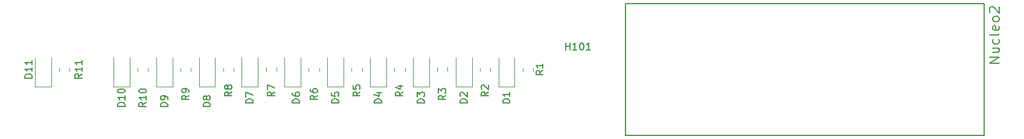
<source format=gbr>
%TF.GenerationSoftware,KiCad,Pcbnew,9.0.1*%
%TF.CreationDate,2025-04-29T17:49:49+02:00*%
%TF.ProjectId,Projet S6,50726f6a-6574-4205-9336-2e6b69636164,rev?*%
%TF.SameCoordinates,Original*%
%TF.FileFunction,Legend,Top*%
%TF.FilePolarity,Positive*%
%FSLAX46Y46*%
G04 Gerber Fmt 4.6, Leading zero omitted, Abs format (unit mm)*
G04 Created by KiCad (PCBNEW 9.0.1) date 2025-04-29 17:49:49*
%MOMM*%
%LPD*%
G01*
G04 APERTURE LIST*
%ADD10C,0.150000*%
%ADD11C,0.127000*%
%ADD12C,0.120000*%
G04 APERTURE END LIST*
D10*
X189105176Y-69093483D02*
X187702798Y-69093483D01*
X187702798Y-69093483D02*
X189105176Y-68292124D01*
X189105176Y-68292124D02*
X187702798Y-68292124D01*
X188170258Y-67023306D02*
X189105176Y-67023306D01*
X188170258Y-67624325D02*
X188904837Y-67624325D01*
X188904837Y-67624325D02*
X189038397Y-67557545D01*
X189038397Y-67557545D02*
X189105176Y-67423985D01*
X189105176Y-67423985D02*
X189105176Y-67223646D01*
X189105176Y-67223646D02*
X189038397Y-67090086D01*
X189038397Y-67090086D02*
X188971617Y-67023306D01*
X189038397Y-65754488D02*
X189105176Y-65888048D01*
X189105176Y-65888048D02*
X189105176Y-66155167D01*
X189105176Y-66155167D02*
X189038397Y-66288727D01*
X189038397Y-66288727D02*
X188971617Y-66355507D01*
X188971617Y-66355507D02*
X188838057Y-66422287D01*
X188838057Y-66422287D02*
X188437377Y-66422287D01*
X188437377Y-66422287D02*
X188303818Y-66355507D01*
X188303818Y-66355507D02*
X188237038Y-66288727D01*
X188237038Y-66288727D02*
X188170258Y-66155167D01*
X188170258Y-66155167D02*
X188170258Y-65888048D01*
X188170258Y-65888048D02*
X188237038Y-65754488D01*
X189105176Y-64953129D02*
X189038397Y-65086689D01*
X189038397Y-65086689D02*
X188904837Y-65153469D01*
X188904837Y-65153469D02*
X187702798Y-65153469D01*
X189038397Y-63884651D02*
X189105176Y-64018211D01*
X189105176Y-64018211D02*
X189105176Y-64285330D01*
X189105176Y-64285330D02*
X189038397Y-64418890D01*
X189038397Y-64418890D02*
X188904837Y-64485670D01*
X188904837Y-64485670D02*
X188370597Y-64485670D01*
X188370597Y-64485670D02*
X188237038Y-64418890D01*
X188237038Y-64418890D02*
X188170258Y-64285330D01*
X188170258Y-64285330D02*
X188170258Y-64018211D01*
X188170258Y-64018211D02*
X188237038Y-63884651D01*
X188237038Y-63884651D02*
X188370597Y-63817871D01*
X188370597Y-63817871D02*
X188504157Y-63817871D01*
X188504157Y-63817871D02*
X188637717Y-64485670D01*
X189105176Y-63016512D02*
X189038397Y-63150072D01*
X189038397Y-63150072D02*
X188971617Y-63216852D01*
X188971617Y-63216852D02*
X188838057Y-63283632D01*
X188838057Y-63283632D02*
X188437377Y-63283632D01*
X188437377Y-63283632D02*
X188303818Y-63216852D01*
X188303818Y-63216852D02*
X188237038Y-63150072D01*
X188237038Y-63150072D02*
X188170258Y-63016512D01*
X188170258Y-63016512D02*
X188170258Y-62816173D01*
X188170258Y-62816173D02*
X188237038Y-62682613D01*
X188237038Y-62682613D02*
X188303818Y-62615833D01*
X188303818Y-62615833D02*
X188437377Y-62549053D01*
X188437377Y-62549053D02*
X188838057Y-62549053D01*
X188838057Y-62549053D02*
X188971617Y-62615833D01*
X188971617Y-62615833D02*
X189038397Y-62682613D01*
X189038397Y-62682613D02*
X189105176Y-62816173D01*
X189105176Y-62816173D02*
X189105176Y-63016512D01*
X187836358Y-62014814D02*
X187769578Y-61948034D01*
X187769578Y-61948034D02*
X187702798Y-61814474D01*
X187702798Y-61814474D02*
X187702798Y-61480575D01*
X187702798Y-61480575D02*
X187769578Y-61347015D01*
X187769578Y-61347015D02*
X187836358Y-61280235D01*
X187836358Y-61280235D02*
X187969918Y-61213455D01*
X187969918Y-61213455D02*
X188103478Y-61213455D01*
X188103478Y-61213455D02*
X188303818Y-61280235D01*
X188303818Y-61280235D02*
X189105176Y-62081594D01*
X189105176Y-62081594D02*
X189105176Y-61213455D01*
X114454819Y-74738094D02*
X113454819Y-74738094D01*
X113454819Y-74738094D02*
X113454819Y-74499999D01*
X113454819Y-74499999D02*
X113502438Y-74357142D01*
X113502438Y-74357142D02*
X113597676Y-74261904D01*
X113597676Y-74261904D02*
X113692914Y-74214285D01*
X113692914Y-74214285D02*
X113883390Y-74166666D01*
X113883390Y-74166666D02*
X114026247Y-74166666D01*
X114026247Y-74166666D02*
X114216723Y-74214285D01*
X114216723Y-74214285D02*
X114311961Y-74261904D01*
X114311961Y-74261904D02*
X114407200Y-74357142D01*
X114407200Y-74357142D02*
X114454819Y-74499999D01*
X114454819Y-74499999D02*
X114454819Y-74738094D01*
X113550057Y-73785713D02*
X113502438Y-73738094D01*
X113502438Y-73738094D02*
X113454819Y-73642856D01*
X113454819Y-73642856D02*
X113454819Y-73404761D01*
X113454819Y-73404761D02*
X113502438Y-73309523D01*
X113502438Y-73309523D02*
X113550057Y-73261904D01*
X113550057Y-73261904D02*
X113645295Y-73214285D01*
X113645295Y-73214285D02*
X113740533Y-73214285D01*
X113740533Y-73214285D02*
X113883390Y-73261904D01*
X113883390Y-73261904D02*
X114454819Y-73833332D01*
X114454819Y-73833332D02*
X114454819Y-73214285D01*
X102454819Y-74738094D02*
X101454819Y-74738094D01*
X101454819Y-74738094D02*
X101454819Y-74499999D01*
X101454819Y-74499999D02*
X101502438Y-74357142D01*
X101502438Y-74357142D02*
X101597676Y-74261904D01*
X101597676Y-74261904D02*
X101692914Y-74214285D01*
X101692914Y-74214285D02*
X101883390Y-74166666D01*
X101883390Y-74166666D02*
X102026247Y-74166666D01*
X102026247Y-74166666D02*
X102216723Y-74214285D01*
X102216723Y-74214285D02*
X102311961Y-74261904D01*
X102311961Y-74261904D02*
X102407200Y-74357142D01*
X102407200Y-74357142D02*
X102454819Y-74499999D01*
X102454819Y-74499999D02*
X102454819Y-74738094D01*
X101788152Y-73309523D02*
X102454819Y-73309523D01*
X101407200Y-73547618D02*
X102121485Y-73785713D01*
X102121485Y-73785713D02*
X102121485Y-73166666D01*
X66454819Y-75214285D02*
X65454819Y-75214285D01*
X65454819Y-75214285D02*
X65454819Y-74976190D01*
X65454819Y-74976190D02*
X65502438Y-74833333D01*
X65502438Y-74833333D02*
X65597676Y-74738095D01*
X65597676Y-74738095D02*
X65692914Y-74690476D01*
X65692914Y-74690476D02*
X65883390Y-74642857D01*
X65883390Y-74642857D02*
X66026247Y-74642857D01*
X66026247Y-74642857D02*
X66216723Y-74690476D01*
X66216723Y-74690476D02*
X66311961Y-74738095D01*
X66311961Y-74738095D02*
X66407200Y-74833333D01*
X66407200Y-74833333D02*
X66454819Y-74976190D01*
X66454819Y-74976190D02*
X66454819Y-75214285D01*
X66454819Y-73690476D02*
X66454819Y-74261904D01*
X66454819Y-73976190D02*
X65454819Y-73976190D01*
X65454819Y-73976190D02*
X65597676Y-74071428D01*
X65597676Y-74071428D02*
X65692914Y-74166666D01*
X65692914Y-74166666D02*
X65740533Y-74261904D01*
X65454819Y-73071428D02*
X65454819Y-72976190D01*
X65454819Y-72976190D02*
X65502438Y-72880952D01*
X65502438Y-72880952D02*
X65550057Y-72833333D01*
X65550057Y-72833333D02*
X65645295Y-72785714D01*
X65645295Y-72785714D02*
X65835771Y-72738095D01*
X65835771Y-72738095D02*
X66073866Y-72738095D01*
X66073866Y-72738095D02*
X66264342Y-72785714D01*
X66264342Y-72785714D02*
X66359580Y-72833333D01*
X66359580Y-72833333D02*
X66407200Y-72880952D01*
X66407200Y-72880952D02*
X66454819Y-72976190D01*
X66454819Y-72976190D02*
X66454819Y-73071428D01*
X66454819Y-73071428D02*
X66407200Y-73166666D01*
X66407200Y-73166666D02*
X66359580Y-73214285D01*
X66359580Y-73214285D02*
X66264342Y-73261904D01*
X66264342Y-73261904D02*
X66073866Y-73309523D01*
X66073866Y-73309523D02*
X65835771Y-73309523D01*
X65835771Y-73309523D02*
X65645295Y-73261904D01*
X65645295Y-73261904D02*
X65550057Y-73214285D01*
X65550057Y-73214285D02*
X65502438Y-73166666D01*
X65502438Y-73166666D02*
X65454819Y-73071428D01*
X84454819Y-74738094D02*
X83454819Y-74738094D01*
X83454819Y-74738094D02*
X83454819Y-74499999D01*
X83454819Y-74499999D02*
X83502438Y-74357142D01*
X83502438Y-74357142D02*
X83597676Y-74261904D01*
X83597676Y-74261904D02*
X83692914Y-74214285D01*
X83692914Y-74214285D02*
X83883390Y-74166666D01*
X83883390Y-74166666D02*
X84026247Y-74166666D01*
X84026247Y-74166666D02*
X84216723Y-74214285D01*
X84216723Y-74214285D02*
X84311961Y-74261904D01*
X84311961Y-74261904D02*
X84407200Y-74357142D01*
X84407200Y-74357142D02*
X84454819Y-74499999D01*
X84454819Y-74499999D02*
X84454819Y-74738094D01*
X83454819Y-73833332D02*
X83454819Y-73166666D01*
X83454819Y-73166666D02*
X84454819Y-73595237D01*
X78454819Y-75238094D02*
X77454819Y-75238094D01*
X77454819Y-75238094D02*
X77454819Y-74999999D01*
X77454819Y-74999999D02*
X77502438Y-74857142D01*
X77502438Y-74857142D02*
X77597676Y-74761904D01*
X77597676Y-74761904D02*
X77692914Y-74714285D01*
X77692914Y-74714285D02*
X77883390Y-74666666D01*
X77883390Y-74666666D02*
X78026247Y-74666666D01*
X78026247Y-74666666D02*
X78216723Y-74714285D01*
X78216723Y-74714285D02*
X78311961Y-74761904D01*
X78311961Y-74761904D02*
X78407200Y-74857142D01*
X78407200Y-74857142D02*
X78454819Y-74999999D01*
X78454819Y-74999999D02*
X78454819Y-75238094D01*
X77883390Y-74095237D02*
X77835771Y-74190475D01*
X77835771Y-74190475D02*
X77788152Y-74238094D01*
X77788152Y-74238094D02*
X77692914Y-74285713D01*
X77692914Y-74285713D02*
X77645295Y-74285713D01*
X77645295Y-74285713D02*
X77550057Y-74238094D01*
X77550057Y-74238094D02*
X77502438Y-74190475D01*
X77502438Y-74190475D02*
X77454819Y-74095237D01*
X77454819Y-74095237D02*
X77454819Y-73904761D01*
X77454819Y-73904761D02*
X77502438Y-73809523D01*
X77502438Y-73809523D02*
X77550057Y-73761904D01*
X77550057Y-73761904D02*
X77645295Y-73714285D01*
X77645295Y-73714285D02*
X77692914Y-73714285D01*
X77692914Y-73714285D02*
X77788152Y-73761904D01*
X77788152Y-73761904D02*
X77835771Y-73809523D01*
X77835771Y-73809523D02*
X77883390Y-73904761D01*
X77883390Y-73904761D02*
X77883390Y-74095237D01*
X77883390Y-74095237D02*
X77931009Y-74190475D01*
X77931009Y-74190475D02*
X77978628Y-74238094D01*
X77978628Y-74238094D02*
X78073866Y-74285713D01*
X78073866Y-74285713D02*
X78264342Y-74285713D01*
X78264342Y-74285713D02*
X78359580Y-74238094D01*
X78359580Y-74238094D02*
X78407200Y-74190475D01*
X78407200Y-74190475D02*
X78454819Y-74095237D01*
X78454819Y-74095237D02*
X78454819Y-73904761D01*
X78454819Y-73904761D02*
X78407200Y-73809523D01*
X78407200Y-73809523D02*
X78359580Y-73761904D01*
X78359580Y-73761904D02*
X78264342Y-73714285D01*
X78264342Y-73714285D02*
X78073866Y-73714285D01*
X78073866Y-73714285D02*
X77978628Y-73761904D01*
X77978628Y-73761904D02*
X77931009Y-73809523D01*
X77931009Y-73809523D02*
X77883390Y-73904761D01*
X120454819Y-74738094D02*
X119454819Y-74738094D01*
X119454819Y-74738094D02*
X119454819Y-74499999D01*
X119454819Y-74499999D02*
X119502438Y-74357142D01*
X119502438Y-74357142D02*
X119597676Y-74261904D01*
X119597676Y-74261904D02*
X119692914Y-74214285D01*
X119692914Y-74214285D02*
X119883390Y-74166666D01*
X119883390Y-74166666D02*
X120026247Y-74166666D01*
X120026247Y-74166666D02*
X120216723Y-74214285D01*
X120216723Y-74214285D02*
X120311961Y-74261904D01*
X120311961Y-74261904D02*
X120407200Y-74357142D01*
X120407200Y-74357142D02*
X120454819Y-74499999D01*
X120454819Y-74499999D02*
X120454819Y-74738094D01*
X120454819Y-73214285D02*
X120454819Y-73785713D01*
X120454819Y-73499999D02*
X119454819Y-73499999D01*
X119454819Y-73499999D02*
X119597676Y-73595237D01*
X119597676Y-73595237D02*
X119692914Y-73690475D01*
X119692914Y-73690475D02*
X119740533Y-73785713D01*
X69454819Y-74642857D02*
X68978628Y-74976190D01*
X69454819Y-75214285D02*
X68454819Y-75214285D01*
X68454819Y-75214285D02*
X68454819Y-74833333D01*
X68454819Y-74833333D02*
X68502438Y-74738095D01*
X68502438Y-74738095D02*
X68550057Y-74690476D01*
X68550057Y-74690476D02*
X68645295Y-74642857D01*
X68645295Y-74642857D02*
X68788152Y-74642857D01*
X68788152Y-74642857D02*
X68883390Y-74690476D01*
X68883390Y-74690476D02*
X68931009Y-74738095D01*
X68931009Y-74738095D02*
X68978628Y-74833333D01*
X68978628Y-74833333D02*
X68978628Y-75214285D01*
X69454819Y-73690476D02*
X69454819Y-74261904D01*
X69454819Y-73976190D02*
X68454819Y-73976190D01*
X68454819Y-73976190D02*
X68597676Y-74071428D01*
X68597676Y-74071428D02*
X68692914Y-74166666D01*
X68692914Y-74166666D02*
X68740533Y-74261904D01*
X68454819Y-73071428D02*
X68454819Y-72976190D01*
X68454819Y-72976190D02*
X68502438Y-72880952D01*
X68502438Y-72880952D02*
X68550057Y-72833333D01*
X68550057Y-72833333D02*
X68645295Y-72785714D01*
X68645295Y-72785714D02*
X68835771Y-72738095D01*
X68835771Y-72738095D02*
X69073866Y-72738095D01*
X69073866Y-72738095D02*
X69264342Y-72785714D01*
X69264342Y-72785714D02*
X69359580Y-72833333D01*
X69359580Y-72833333D02*
X69407200Y-72880952D01*
X69407200Y-72880952D02*
X69454819Y-72976190D01*
X69454819Y-72976190D02*
X69454819Y-73071428D01*
X69454819Y-73071428D02*
X69407200Y-73166666D01*
X69407200Y-73166666D02*
X69359580Y-73214285D01*
X69359580Y-73214285D02*
X69264342Y-73261904D01*
X69264342Y-73261904D02*
X69073866Y-73309523D01*
X69073866Y-73309523D02*
X68835771Y-73309523D01*
X68835771Y-73309523D02*
X68645295Y-73261904D01*
X68645295Y-73261904D02*
X68550057Y-73214285D01*
X68550057Y-73214285D02*
X68502438Y-73166666D01*
X68502438Y-73166666D02*
X68454819Y-73071428D01*
X108454819Y-74738094D02*
X107454819Y-74738094D01*
X107454819Y-74738094D02*
X107454819Y-74499999D01*
X107454819Y-74499999D02*
X107502438Y-74357142D01*
X107502438Y-74357142D02*
X107597676Y-74261904D01*
X107597676Y-74261904D02*
X107692914Y-74214285D01*
X107692914Y-74214285D02*
X107883390Y-74166666D01*
X107883390Y-74166666D02*
X108026247Y-74166666D01*
X108026247Y-74166666D02*
X108216723Y-74214285D01*
X108216723Y-74214285D02*
X108311961Y-74261904D01*
X108311961Y-74261904D02*
X108407200Y-74357142D01*
X108407200Y-74357142D02*
X108454819Y-74499999D01*
X108454819Y-74499999D02*
X108454819Y-74738094D01*
X107454819Y-73833332D02*
X107454819Y-73214285D01*
X107454819Y-73214285D02*
X107835771Y-73547618D01*
X107835771Y-73547618D02*
X107835771Y-73404761D01*
X107835771Y-73404761D02*
X107883390Y-73309523D01*
X107883390Y-73309523D02*
X107931009Y-73261904D01*
X107931009Y-73261904D02*
X108026247Y-73214285D01*
X108026247Y-73214285D02*
X108264342Y-73214285D01*
X108264342Y-73214285D02*
X108359580Y-73261904D01*
X108359580Y-73261904D02*
X108407200Y-73309523D01*
X108407200Y-73309523D02*
X108454819Y-73404761D01*
X108454819Y-73404761D02*
X108454819Y-73690475D01*
X108454819Y-73690475D02*
X108407200Y-73785713D01*
X108407200Y-73785713D02*
X108359580Y-73833332D01*
X99454819Y-73166666D02*
X98978628Y-73499999D01*
X99454819Y-73738094D02*
X98454819Y-73738094D01*
X98454819Y-73738094D02*
X98454819Y-73357142D01*
X98454819Y-73357142D02*
X98502438Y-73261904D01*
X98502438Y-73261904D02*
X98550057Y-73214285D01*
X98550057Y-73214285D02*
X98645295Y-73166666D01*
X98645295Y-73166666D02*
X98788152Y-73166666D01*
X98788152Y-73166666D02*
X98883390Y-73214285D01*
X98883390Y-73214285D02*
X98931009Y-73261904D01*
X98931009Y-73261904D02*
X98978628Y-73357142D01*
X98978628Y-73357142D02*
X98978628Y-73738094D01*
X98454819Y-72261904D02*
X98454819Y-72738094D01*
X98454819Y-72738094D02*
X98931009Y-72785713D01*
X98931009Y-72785713D02*
X98883390Y-72738094D01*
X98883390Y-72738094D02*
X98835771Y-72642856D01*
X98835771Y-72642856D02*
X98835771Y-72404761D01*
X98835771Y-72404761D02*
X98883390Y-72309523D01*
X98883390Y-72309523D02*
X98931009Y-72261904D01*
X98931009Y-72261904D02*
X99026247Y-72214285D01*
X99026247Y-72214285D02*
X99264342Y-72214285D01*
X99264342Y-72214285D02*
X99359580Y-72261904D01*
X99359580Y-72261904D02*
X99407200Y-72309523D01*
X99407200Y-72309523D02*
X99454819Y-72404761D01*
X99454819Y-72404761D02*
X99454819Y-72642856D01*
X99454819Y-72642856D02*
X99407200Y-72738094D01*
X99407200Y-72738094D02*
X99359580Y-72785713D01*
X93454819Y-73666666D02*
X92978628Y-73999999D01*
X93454819Y-74238094D02*
X92454819Y-74238094D01*
X92454819Y-74238094D02*
X92454819Y-73857142D01*
X92454819Y-73857142D02*
X92502438Y-73761904D01*
X92502438Y-73761904D02*
X92550057Y-73714285D01*
X92550057Y-73714285D02*
X92645295Y-73666666D01*
X92645295Y-73666666D02*
X92788152Y-73666666D01*
X92788152Y-73666666D02*
X92883390Y-73714285D01*
X92883390Y-73714285D02*
X92931009Y-73761904D01*
X92931009Y-73761904D02*
X92978628Y-73857142D01*
X92978628Y-73857142D02*
X92978628Y-74238094D01*
X92454819Y-72809523D02*
X92454819Y-72999999D01*
X92454819Y-72999999D02*
X92502438Y-73095237D01*
X92502438Y-73095237D02*
X92550057Y-73142856D01*
X92550057Y-73142856D02*
X92692914Y-73238094D01*
X92692914Y-73238094D02*
X92883390Y-73285713D01*
X92883390Y-73285713D02*
X93264342Y-73285713D01*
X93264342Y-73285713D02*
X93359580Y-73238094D01*
X93359580Y-73238094D02*
X93407200Y-73190475D01*
X93407200Y-73190475D02*
X93454819Y-73095237D01*
X93454819Y-73095237D02*
X93454819Y-72904761D01*
X93454819Y-72904761D02*
X93407200Y-72809523D01*
X93407200Y-72809523D02*
X93359580Y-72761904D01*
X93359580Y-72761904D02*
X93264342Y-72714285D01*
X93264342Y-72714285D02*
X93026247Y-72714285D01*
X93026247Y-72714285D02*
X92931009Y-72761904D01*
X92931009Y-72761904D02*
X92883390Y-72809523D01*
X92883390Y-72809523D02*
X92835771Y-72904761D01*
X92835771Y-72904761D02*
X92835771Y-73095237D01*
X92835771Y-73095237D02*
X92883390Y-73190475D01*
X92883390Y-73190475D02*
X92931009Y-73238094D01*
X92931009Y-73238094D02*
X93026247Y-73285713D01*
X125104819Y-70166666D02*
X124628628Y-70499999D01*
X125104819Y-70738094D02*
X124104819Y-70738094D01*
X124104819Y-70738094D02*
X124104819Y-70357142D01*
X124104819Y-70357142D02*
X124152438Y-70261904D01*
X124152438Y-70261904D02*
X124200057Y-70214285D01*
X124200057Y-70214285D02*
X124295295Y-70166666D01*
X124295295Y-70166666D02*
X124438152Y-70166666D01*
X124438152Y-70166666D02*
X124533390Y-70214285D01*
X124533390Y-70214285D02*
X124581009Y-70261904D01*
X124581009Y-70261904D02*
X124628628Y-70357142D01*
X124628628Y-70357142D02*
X124628628Y-70738094D01*
X125104819Y-69214285D02*
X125104819Y-69785713D01*
X125104819Y-69499999D02*
X124104819Y-69499999D01*
X124104819Y-69499999D02*
X124247676Y-69595237D01*
X124247676Y-69595237D02*
X124342914Y-69690475D01*
X124342914Y-69690475D02*
X124390533Y-69785713D01*
X60454819Y-70642857D02*
X59978628Y-70976190D01*
X60454819Y-71214285D02*
X59454819Y-71214285D01*
X59454819Y-71214285D02*
X59454819Y-70833333D01*
X59454819Y-70833333D02*
X59502438Y-70738095D01*
X59502438Y-70738095D02*
X59550057Y-70690476D01*
X59550057Y-70690476D02*
X59645295Y-70642857D01*
X59645295Y-70642857D02*
X59788152Y-70642857D01*
X59788152Y-70642857D02*
X59883390Y-70690476D01*
X59883390Y-70690476D02*
X59931009Y-70738095D01*
X59931009Y-70738095D02*
X59978628Y-70833333D01*
X59978628Y-70833333D02*
X59978628Y-71214285D01*
X60454819Y-69690476D02*
X60454819Y-70261904D01*
X60454819Y-69976190D02*
X59454819Y-69976190D01*
X59454819Y-69976190D02*
X59597676Y-70071428D01*
X59597676Y-70071428D02*
X59692914Y-70166666D01*
X59692914Y-70166666D02*
X59740533Y-70261904D01*
X60454819Y-68738095D02*
X60454819Y-69309523D01*
X60454819Y-69023809D02*
X59454819Y-69023809D01*
X59454819Y-69023809D02*
X59597676Y-69119047D01*
X59597676Y-69119047D02*
X59692914Y-69214285D01*
X59692914Y-69214285D02*
X59740533Y-69309523D01*
X105454819Y-73166666D02*
X104978628Y-73499999D01*
X105454819Y-73738094D02*
X104454819Y-73738094D01*
X104454819Y-73738094D02*
X104454819Y-73357142D01*
X104454819Y-73357142D02*
X104502438Y-73261904D01*
X104502438Y-73261904D02*
X104550057Y-73214285D01*
X104550057Y-73214285D02*
X104645295Y-73166666D01*
X104645295Y-73166666D02*
X104788152Y-73166666D01*
X104788152Y-73166666D02*
X104883390Y-73214285D01*
X104883390Y-73214285D02*
X104931009Y-73261904D01*
X104931009Y-73261904D02*
X104978628Y-73357142D01*
X104978628Y-73357142D02*
X104978628Y-73738094D01*
X104788152Y-72309523D02*
X105454819Y-72309523D01*
X104407200Y-72547618D02*
X105121485Y-72785713D01*
X105121485Y-72785713D02*
X105121485Y-72166666D01*
X75454819Y-73666666D02*
X74978628Y-73999999D01*
X75454819Y-74238094D02*
X74454819Y-74238094D01*
X74454819Y-74238094D02*
X74454819Y-73857142D01*
X74454819Y-73857142D02*
X74502438Y-73761904D01*
X74502438Y-73761904D02*
X74550057Y-73714285D01*
X74550057Y-73714285D02*
X74645295Y-73666666D01*
X74645295Y-73666666D02*
X74788152Y-73666666D01*
X74788152Y-73666666D02*
X74883390Y-73714285D01*
X74883390Y-73714285D02*
X74931009Y-73761904D01*
X74931009Y-73761904D02*
X74978628Y-73857142D01*
X74978628Y-73857142D02*
X74978628Y-74238094D01*
X75454819Y-73190475D02*
X75454819Y-72999999D01*
X75454819Y-72999999D02*
X75407200Y-72904761D01*
X75407200Y-72904761D02*
X75359580Y-72857142D01*
X75359580Y-72857142D02*
X75216723Y-72761904D01*
X75216723Y-72761904D02*
X75026247Y-72714285D01*
X75026247Y-72714285D02*
X74645295Y-72714285D01*
X74645295Y-72714285D02*
X74550057Y-72761904D01*
X74550057Y-72761904D02*
X74502438Y-72809523D01*
X74502438Y-72809523D02*
X74454819Y-72904761D01*
X74454819Y-72904761D02*
X74454819Y-73095237D01*
X74454819Y-73095237D02*
X74502438Y-73190475D01*
X74502438Y-73190475D02*
X74550057Y-73238094D01*
X74550057Y-73238094D02*
X74645295Y-73285713D01*
X74645295Y-73285713D02*
X74883390Y-73285713D01*
X74883390Y-73285713D02*
X74978628Y-73238094D01*
X74978628Y-73238094D02*
X75026247Y-73190475D01*
X75026247Y-73190475D02*
X75073866Y-73095237D01*
X75073866Y-73095237D02*
X75073866Y-72904761D01*
X75073866Y-72904761D02*
X75026247Y-72809523D01*
X75026247Y-72809523D02*
X74978628Y-72761904D01*
X74978628Y-72761904D02*
X74883390Y-72714285D01*
X128285714Y-67254819D02*
X128285714Y-66254819D01*
X128285714Y-66731009D02*
X128857142Y-66731009D01*
X128857142Y-67254819D02*
X128857142Y-66254819D01*
X129857142Y-67254819D02*
X129285714Y-67254819D01*
X129571428Y-67254819D02*
X129571428Y-66254819D01*
X129571428Y-66254819D02*
X129476190Y-66397676D01*
X129476190Y-66397676D02*
X129380952Y-66492914D01*
X129380952Y-66492914D02*
X129285714Y-66540533D01*
X130476190Y-66254819D02*
X130571428Y-66254819D01*
X130571428Y-66254819D02*
X130666666Y-66302438D01*
X130666666Y-66302438D02*
X130714285Y-66350057D01*
X130714285Y-66350057D02*
X130761904Y-66445295D01*
X130761904Y-66445295D02*
X130809523Y-66635771D01*
X130809523Y-66635771D02*
X130809523Y-66873866D01*
X130809523Y-66873866D02*
X130761904Y-67064342D01*
X130761904Y-67064342D02*
X130714285Y-67159580D01*
X130714285Y-67159580D02*
X130666666Y-67207200D01*
X130666666Y-67207200D02*
X130571428Y-67254819D01*
X130571428Y-67254819D02*
X130476190Y-67254819D01*
X130476190Y-67254819D02*
X130380952Y-67207200D01*
X130380952Y-67207200D02*
X130333333Y-67159580D01*
X130333333Y-67159580D02*
X130285714Y-67064342D01*
X130285714Y-67064342D02*
X130238095Y-66873866D01*
X130238095Y-66873866D02*
X130238095Y-66635771D01*
X130238095Y-66635771D02*
X130285714Y-66445295D01*
X130285714Y-66445295D02*
X130333333Y-66350057D01*
X130333333Y-66350057D02*
X130380952Y-66302438D01*
X130380952Y-66302438D02*
X130476190Y-66254819D01*
X131761904Y-67254819D02*
X131190476Y-67254819D01*
X131476190Y-67254819D02*
X131476190Y-66254819D01*
X131476190Y-66254819D02*
X131380952Y-66397676D01*
X131380952Y-66397676D02*
X131285714Y-66492914D01*
X131285714Y-66492914D02*
X131190476Y-66540533D01*
X111454819Y-73666666D02*
X110978628Y-73999999D01*
X111454819Y-74238094D02*
X110454819Y-74238094D01*
X110454819Y-74238094D02*
X110454819Y-73857142D01*
X110454819Y-73857142D02*
X110502438Y-73761904D01*
X110502438Y-73761904D02*
X110550057Y-73714285D01*
X110550057Y-73714285D02*
X110645295Y-73666666D01*
X110645295Y-73666666D02*
X110788152Y-73666666D01*
X110788152Y-73666666D02*
X110883390Y-73714285D01*
X110883390Y-73714285D02*
X110931009Y-73761904D01*
X110931009Y-73761904D02*
X110978628Y-73857142D01*
X110978628Y-73857142D02*
X110978628Y-74238094D01*
X110454819Y-73333332D02*
X110454819Y-72714285D01*
X110454819Y-72714285D02*
X110835771Y-73047618D01*
X110835771Y-73047618D02*
X110835771Y-72904761D01*
X110835771Y-72904761D02*
X110883390Y-72809523D01*
X110883390Y-72809523D02*
X110931009Y-72761904D01*
X110931009Y-72761904D02*
X111026247Y-72714285D01*
X111026247Y-72714285D02*
X111264342Y-72714285D01*
X111264342Y-72714285D02*
X111359580Y-72761904D01*
X111359580Y-72761904D02*
X111407200Y-72809523D01*
X111407200Y-72809523D02*
X111454819Y-72904761D01*
X111454819Y-72904761D02*
X111454819Y-73190475D01*
X111454819Y-73190475D02*
X111407200Y-73285713D01*
X111407200Y-73285713D02*
X111359580Y-73333332D01*
X72454819Y-75238094D02*
X71454819Y-75238094D01*
X71454819Y-75238094D02*
X71454819Y-74999999D01*
X71454819Y-74999999D02*
X71502438Y-74857142D01*
X71502438Y-74857142D02*
X71597676Y-74761904D01*
X71597676Y-74761904D02*
X71692914Y-74714285D01*
X71692914Y-74714285D02*
X71883390Y-74666666D01*
X71883390Y-74666666D02*
X72026247Y-74666666D01*
X72026247Y-74666666D02*
X72216723Y-74714285D01*
X72216723Y-74714285D02*
X72311961Y-74761904D01*
X72311961Y-74761904D02*
X72407200Y-74857142D01*
X72407200Y-74857142D02*
X72454819Y-74999999D01*
X72454819Y-74999999D02*
X72454819Y-75238094D01*
X72454819Y-74190475D02*
X72454819Y-73999999D01*
X72454819Y-73999999D02*
X72407200Y-73904761D01*
X72407200Y-73904761D02*
X72359580Y-73857142D01*
X72359580Y-73857142D02*
X72216723Y-73761904D01*
X72216723Y-73761904D02*
X72026247Y-73714285D01*
X72026247Y-73714285D02*
X71645295Y-73714285D01*
X71645295Y-73714285D02*
X71550057Y-73761904D01*
X71550057Y-73761904D02*
X71502438Y-73809523D01*
X71502438Y-73809523D02*
X71454819Y-73904761D01*
X71454819Y-73904761D02*
X71454819Y-74095237D01*
X71454819Y-74095237D02*
X71502438Y-74190475D01*
X71502438Y-74190475D02*
X71550057Y-74238094D01*
X71550057Y-74238094D02*
X71645295Y-74285713D01*
X71645295Y-74285713D02*
X71883390Y-74285713D01*
X71883390Y-74285713D02*
X71978628Y-74238094D01*
X71978628Y-74238094D02*
X72026247Y-74190475D01*
X72026247Y-74190475D02*
X72073866Y-74095237D01*
X72073866Y-74095237D02*
X72073866Y-73904761D01*
X72073866Y-73904761D02*
X72026247Y-73809523D01*
X72026247Y-73809523D02*
X71978628Y-73761904D01*
X71978628Y-73761904D02*
X71883390Y-73714285D01*
X53454819Y-71214285D02*
X52454819Y-71214285D01*
X52454819Y-71214285D02*
X52454819Y-70976190D01*
X52454819Y-70976190D02*
X52502438Y-70833333D01*
X52502438Y-70833333D02*
X52597676Y-70738095D01*
X52597676Y-70738095D02*
X52692914Y-70690476D01*
X52692914Y-70690476D02*
X52883390Y-70642857D01*
X52883390Y-70642857D02*
X53026247Y-70642857D01*
X53026247Y-70642857D02*
X53216723Y-70690476D01*
X53216723Y-70690476D02*
X53311961Y-70738095D01*
X53311961Y-70738095D02*
X53407200Y-70833333D01*
X53407200Y-70833333D02*
X53454819Y-70976190D01*
X53454819Y-70976190D02*
X53454819Y-71214285D01*
X53454819Y-69690476D02*
X53454819Y-70261904D01*
X53454819Y-69976190D02*
X52454819Y-69976190D01*
X52454819Y-69976190D02*
X52597676Y-70071428D01*
X52597676Y-70071428D02*
X52692914Y-70166666D01*
X52692914Y-70166666D02*
X52740533Y-70261904D01*
X53454819Y-68738095D02*
X53454819Y-69309523D01*
X53454819Y-69023809D02*
X52454819Y-69023809D01*
X52454819Y-69023809D02*
X52597676Y-69119047D01*
X52597676Y-69119047D02*
X52692914Y-69214285D01*
X52692914Y-69214285D02*
X52740533Y-69309523D01*
X117454819Y-73166666D02*
X116978628Y-73499999D01*
X117454819Y-73738094D02*
X116454819Y-73738094D01*
X116454819Y-73738094D02*
X116454819Y-73357142D01*
X116454819Y-73357142D02*
X116502438Y-73261904D01*
X116502438Y-73261904D02*
X116550057Y-73214285D01*
X116550057Y-73214285D02*
X116645295Y-73166666D01*
X116645295Y-73166666D02*
X116788152Y-73166666D01*
X116788152Y-73166666D02*
X116883390Y-73214285D01*
X116883390Y-73214285D02*
X116931009Y-73261904D01*
X116931009Y-73261904D02*
X116978628Y-73357142D01*
X116978628Y-73357142D02*
X116978628Y-73738094D01*
X116550057Y-72785713D02*
X116502438Y-72738094D01*
X116502438Y-72738094D02*
X116454819Y-72642856D01*
X116454819Y-72642856D02*
X116454819Y-72404761D01*
X116454819Y-72404761D02*
X116502438Y-72309523D01*
X116502438Y-72309523D02*
X116550057Y-72261904D01*
X116550057Y-72261904D02*
X116645295Y-72214285D01*
X116645295Y-72214285D02*
X116740533Y-72214285D01*
X116740533Y-72214285D02*
X116883390Y-72261904D01*
X116883390Y-72261904D02*
X117454819Y-72833332D01*
X117454819Y-72833332D02*
X117454819Y-72214285D01*
X90954819Y-74738094D02*
X89954819Y-74738094D01*
X89954819Y-74738094D02*
X89954819Y-74499999D01*
X89954819Y-74499999D02*
X90002438Y-74357142D01*
X90002438Y-74357142D02*
X90097676Y-74261904D01*
X90097676Y-74261904D02*
X90192914Y-74214285D01*
X90192914Y-74214285D02*
X90383390Y-74166666D01*
X90383390Y-74166666D02*
X90526247Y-74166666D01*
X90526247Y-74166666D02*
X90716723Y-74214285D01*
X90716723Y-74214285D02*
X90811961Y-74261904D01*
X90811961Y-74261904D02*
X90907200Y-74357142D01*
X90907200Y-74357142D02*
X90954819Y-74499999D01*
X90954819Y-74499999D02*
X90954819Y-74738094D01*
X89954819Y-73309523D02*
X89954819Y-73499999D01*
X89954819Y-73499999D02*
X90002438Y-73595237D01*
X90002438Y-73595237D02*
X90050057Y-73642856D01*
X90050057Y-73642856D02*
X90192914Y-73738094D01*
X90192914Y-73738094D02*
X90383390Y-73785713D01*
X90383390Y-73785713D02*
X90764342Y-73785713D01*
X90764342Y-73785713D02*
X90859580Y-73738094D01*
X90859580Y-73738094D02*
X90907200Y-73690475D01*
X90907200Y-73690475D02*
X90954819Y-73595237D01*
X90954819Y-73595237D02*
X90954819Y-73404761D01*
X90954819Y-73404761D02*
X90907200Y-73309523D01*
X90907200Y-73309523D02*
X90859580Y-73261904D01*
X90859580Y-73261904D02*
X90764342Y-73214285D01*
X90764342Y-73214285D02*
X90526247Y-73214285D01*
X90526247Y-73214285D02*
X90431009Y-73261904D01*
X90431009Y-73261904D02*
X90383390Y-73309523D01*
X90383390Y-73309523D02*
X90335771Y-73404761D01*
X90335771Y-73404761D02*
X90335771Y-73595237D01*
X90335771Y-73595237D02*
X90383390Y-73690475D01*
X90383390Y-73690475D02*
X90431009Y-73738094D01*
X90431009Y-73738094D02*
X90526247Y-73785713D01*
X81454819Y-73166666D02*
X80978628Y-73499999D01*
X81454819Y-73738094D02*
X80454819Y-73738094D01*
X80454819Y-73738094D02*
X80454819Y-73357142D01*
X80454819Y-73357142D02*
X80502438Y-73261904D01*
X80502438Y-73261904D02*
X80550057Y-73214285D01*
X80550057Y-73214285D02*
X80645295Y-73166666D01*
X80645295Y-73166666D02*
X80788152Y-73166666D01*
X80788152Y-73166666D02*
X80883390Y-73214285D01*
X80883390Y-73214285D02*
X80931009Y-73261904D01*
X80931009Y-73261904D02*
X80978628Y-73357142D01*
X80978628Y-73357142D02*
X80978628Y-73738094D01*
X80883390Y-72595237D02*
X80835771Y-72690475D01*
X80835771Y-72690475D02*
X80788152Y-72738094D01*
X80788152Y-72738094D02*
X80692914Y-72785713D01*
X80692914Y-72785713D02*
X80645295Y-72785713D01*
X80645295Y-72785713D02*
X80550057Y-72738094D01*
X80550057Y-72738094D02*
X80502438Y-72690475D01*
X80502438Y-72690475D02*
X80454819Y-72595237D01*
X80454819Y-72595237D02*
X80454819Y-72404761D01*
X80454819Y-72404761D02*
X80502438Y-72309523D01*
X80502438Y-72309523D02*
X80550057Y-72261904D01*
X80550057Y-72261904D02*
X80645295Y-72214285D01*
X80645295Y-72214285D02*
X80692914Y-72214285D01*
X80692914Y-72214285D02*
X80788152Y-72261904D01*
X80788152Y-72261904D02*
X80835771Y-72309523D01*
X80835771Y-72309523D02*
X80883390Y-72404761D01*
X80883390Y-72404761D02*
X80883390Y-72595237D01*
X80883390Y-72595237D02*
X80931009Y-72690475D01*
X80931009Y-72690475D02*
X80978628Y-72738094D01*
X80978628Y-72738094D02*
X81073866Y-72785713D01*
X81073866Y-72785713D02*
X81264342Y-72785713D01*
X81264342Y-72785713D02*
X81359580Y-72738094D01*
X81359580Y-72738094D02*
X81407200Y-72690475D01*
X81407200Y-72690475D02*
X81454819Y-72595237D01*
X81454819Y-72595237D02*
X81454819Y-72404761D01*
X81454819Y-72404761D02*
X81407200Y-72309523D01*
X81407200Y-72309523D02*
X81359580Y-72261904D01*
X81359580Y-72261904D02*
X81264342Y-72214285D01*
X81264342Y-72214285D02*
X81073866Y-72214285D01*
X81073866Y-72214285D02*
X80978628Y-72261904D01*
X80978628Y-72261904D02*
X80931009Y-72309523D01*
X80931009Y-72309523D02*
X80883390Y-72404761D01*
X96454819Y-74738094D02*
X95454819Y-74738094D01*
X95454819Y-74738094D02*
X95454819Y-74499999D01*
X95454819Y-74499999D02*
X95502438Y-74357142D01*
X95502438Y-74357142D02*
X95597676Y-74261904D01*
X95597676Y-74261904D02*
X95692914Y-74214285D01*
X95692914Y-74214285D02*
X95883390Y-74166666D01*
X95883390Y-74166666D02*
X96026247Y-74166666D01*
X96026247Y-74166666D02*
X96216723Y-74214285D01*
X96216723Y-74214285D02*
X96311961Y-74261904D01*
X96311961Y-74261904D02*
X96407200Y-74357142D01*
X96407200Y-74357142D02*
X96454819Y-74499999D01*
X96454819Y-74499999D02*
X96454819Y-74738094D01*
X95454819Y-73261904D02*
X95454819Y-73738094D01*
X95454819Y-73738094D02*
X95931009Y-73785713D01*
X95931009Y-73785713D02*
X95883390Y-73738094D01*
X95883390Y-73738094D02*
X95835771Y-73642856D01*
X95835771Y-73642856D02*
X95835771Y-73404761D01*
X95835771Y-73404761D02*
X95883390Y-73309523D01*
X95883390Y-73309523D02*
X95931009Y-73261904D01*
X95931009Y-73261904D02*
X96026247Y-73214285D01*
X96026247Y-73214285D02*
X96264342Y-73214285D01*
X96264342Y-73214285D02*
X96359580Y-73261904D01*
X96359580Y-73261904D02*
X96407200Y-73309523D01*
X96407200Y-73309523D02*
X96454819Y-73404761D01*
X96454819Y-73404761D02*
X96454819Y-73642856D01*
X96454819Y-73642856D02*
X96407200Y-73738094D01*
X96407200Y-73738094D02*
X96359580Y-73785713D01*
X87454819Y-73166666D02*
X86978628Y-73499999D01*
X87454819Y-73738094D02*
X86454819Y-73738094D01*
X86454819Y-73738094D02*
X86454819Y-73357142D01*
X86454819Y-73357142D02*
X86502438Y-73261904D01*
X86502438Y-73261904D02*
X86550057Y-73214285D01*
X86550057Y-73214285D02*
X86645295Y-73166666D01*
X86645295Y-73166666D02*
X86788152Y-73166666D01*
X86788152Y-73166666D02*
X86883390Y-73214285D01*
X86883390Y-73214285D02*
X86931009Y-73261904D01*
X86931009Y-73261904D02*
X86978628Y-73357142D01*
X86978628Y-73357142D02*
X86978628Y-73738094D01*
X86454819Y-72833332D02*
X86454819Y-72166666D01*
X86454819Y-72166666D02*
X87454819Y-72595237D01*
D11*
%TO.C,Nucleo2*%
X136635000Y-60730000D02*
X186925000Y-60730000D01*
X136635000Y-79270000D02*
X136635000Y-60730000D01*
X186925000Y-60730000D02*
X186925000Y-79270000D01*
X186925000Y-79270000D02*
X136635000Y-79270000D01*
D12*
%TO.C,D2*%
X112865000Y-68387500D02*
X112865000Y-72447500D01*
X112865000Y-72447500D02*
X115135000Y-72447500D01*
X115135000Y-72447500D02*
X115135000Y-68387500D01*
%TO.C,D4*%
X100865000Y-68387500D02*
X100865000Y-72447500D01*
X100865000Y-72447500D02*
X103135000Y-72447500D01*
X103135000Y-72447500D02*
X103135000Y-68387500D01*
%TO.C,D10*%
X64865000Y-68387500D02*
X64865000Y-72447500D01*
X64865000Y-72447500D02*
X67135000Y-72447500D01*
X67135000Y-72447500D02*
X67135000Y-68387500D01*
%TO.C,D7*%
X82865000Y-68387500D02*
X82865000Y-72447500D01*
X82865000Y-72447500D02*
X85135000Y-72447500D01*
X85135000Y-72447500D02*
X85135000Y-68387500D01*
%TO.C,D8*%
X76865000Y-68387500D02*
X76865000Y-72447500D01*
X76865000Y-72447500D02*
X79135000Y-72447500D01*
X79135000Y-72447500D02*
X79135000Y-68387500D01*
%TO.C,D1*%
X118865000Y-68400000D02*
X118865000Y-72460000D01*
X118865000Y-72460000D02*
X121135000Y-72460000D01*
X121135000Y-72460000D02*
X121135000Y-68400000D01*
%TO.C,R10*%
X68265000Y-69772936D02*
X68265000Y-70227064D01*
X69735000Y-69772936D02*
X69735000Y-70227064D01*
%TO.C,D3*%
X106865000Y-68387500D02*
X106865000Y-72447500D01*
X106865000Y-72447500D02*
X109135000Y-72447500D01*
X109135000Y-72447500D02*
X109135000Y-68387500D01*
%TO.C,R5*%
X98265000Y-69772936D02*
X98265000Y-70227064D01*
X99735000Y-69772936D02*
X99735000Y-70227064D01*
%TO.C,R6*%
X92265000Y-69772936D02*
X92265000Y-70227064D01*
X93735000Y-69772936D02*
X93735000Y-70227064D01*
%TO.C,R1*%
X122265000Y-69772936D02*
X122265000Y-70227064D01*
X123735000Y-69772936D02*
X123735000Y-70227064D01*
%TO.C,R11*%
X57265000Y-69772936D02*
X57265000Y-70227064D01*
X58735000Y-69772936D02*
X58735000Y-70227064D01*
%TO.C,R4*%
X104265000Y-69772936D02*
X104265000Y-70227064D01*
X105735000Y-69772936D02*
X105735000Y-70227064D01*
%TO.C,R9*%
X74265000Y-69772936D02*
X74265000Y-70227064D01*
X75735000Y-69772936D02*
X75735000Y-70227064D01*
%TO.C,R3*%
X110265000Y-69760436D02*
X110265000Y-70214564D01*
X111735000Y-69760436D02*
X111735000Y-70214564D01*
%TO.C,D9*%
X70865000Y-68387500D02*
X70865000Y-72447500D01*
X70865000Y-72447500D02*
X73135000Y-72447500D01*
X73135000Y-72447500D02*
X73135000Y-68387500D01*
%TO.C,D11*%
X53865000Y-68400000D02*
X53865000Y-72460000D01*
X53865000Y-72460000D02*
X56135000Y-72460000D01*
X56135000Y-72460000D02*
X56135000Y-68400000D01*
%TO.C,R2*%
X116265000Y-69772936D02*
X116265000Y-70227064D01*
X117735000Y-69772936D02*
X117735000Y-70227064D01*
%TO.C,D6*%
X88865000Y-68387500D02*
X88865000Y-72447500D01*
X88865000Y-72447500D02*
X91135000Y-72447500D01*
X91135000Y-72447500D02*
X91135000Y-68387500D01*
%TO.C,R8*%
X80265000Y-69772936D02*
X80265000Y-70227064D01*
X81735000Y-69772936D02*
X81735000Y-70227064D01*
%TO.C,D5*%
X94865000Y-68387500D02*
X94865000Y-72447500D01*
X94865000Y-72447500D02*
X97135000Y-72447500D01*
X97135000Y-72447500D02*
X97135000Y-68387500D01*
%TO.C,R7*%
X86265000Y-69760436D02*
X86265000Y-70214564D01*
X87735000Y-69760436D02*
X87735000Y-70214564D01*
%TD*%
M02*

</source>
